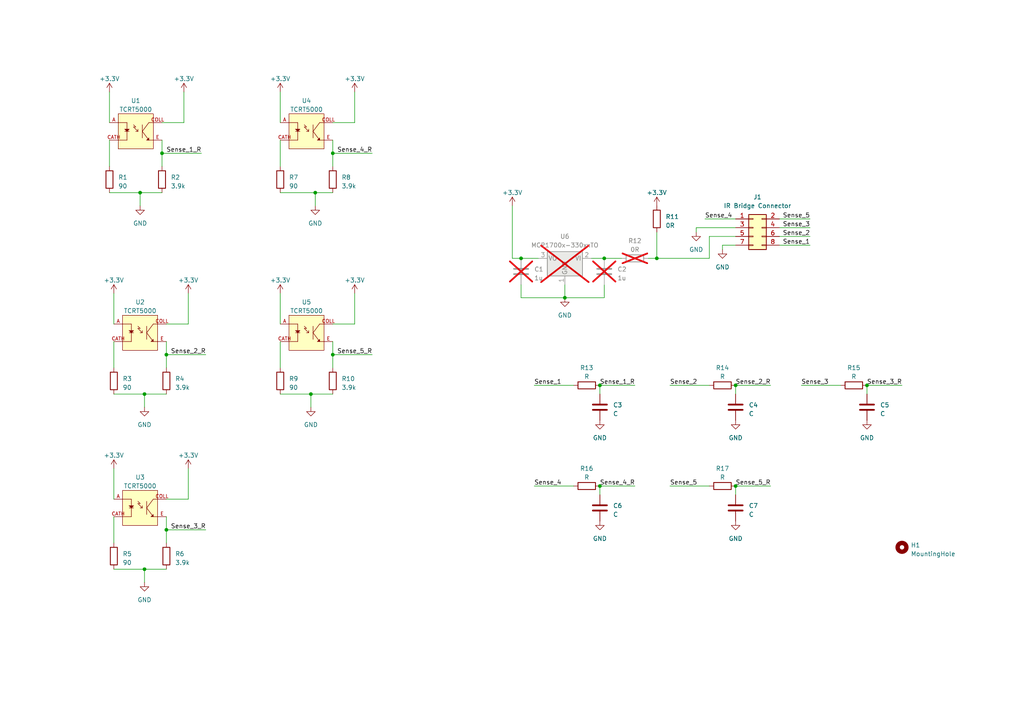
<source format=kicad_sch>
(kicad_sch (version 20230121) (generator eeschema)
  (paper "A4")
  (lib_symbols
    (symbol "Connector_Generic:Conn_02x04_Odd_Even" (pin_names (offset 1.016) hide)
      (property "Reference" "J" (at 1.27 5.08 0))
      (property "Value" "Conn_02x04_Odd_Even" (at 1.27 -7.62 0))
      (symbol "Conn_02x04_Odd_Even_1_1"
        (rectangle (start -1.27 -4.953) (end 0 -5.207) (stroke (width 0.1524)))
        (rectangle (start -1.27 -2.413) (end 0 -2.667) (stroke (width 0.1524)))
        (rectangle (start -1.27 0.127) (end 0 -0.127) (stroke (width 0.1524)))
        (rectangle (start -1.27 2.667) (end 0 2.413) (stroke (width 0.1524)))
        (rectangle (start -1.27 3.81) (end 3.81 -6.35) (stroke (width 0.254)) (fill (type background)))
        (rectangle (start 3.81 -4.953) (end 2.54 -5.207) (stroke (width 0.1524)))
        (rectangle (start 3.81 -2.413) (end 2.54 -2.667) (stroke (width 0.1524)))
        (rectangle (start 3.81 0.127) (end 2.54 -0.127) (stroke (width 0.1524)))
        (rectangle (start 3.81 2.667) (end 2.54 2.413) (stroke (width 0.1524)))
        (pin passive line (at -5.08 2.54 0) (length 3.81) (name "Pin_1") (number "1"))
        (pin passive line (at 7.62 2.54 180) (length 3.81) (name "Pin_2") (number "2"))
        (pin passive line (at -5.08 0 0) (length 3.81) (name "Pin_3") (number "3"))
        (pin passive line (at 7.62 0 180) (length 3.81) (name "Pin_4") (number "4"))
        (pin passive line (at -5.08 -2.54 0) (length 3.81) (name "Pin_5") (number "5"))
        (pin passive line (at 7.62 -2.54 180) (length 3.81) (name "Pin_6") (number "6"))
        (pin passive line (at -5.08 -5.08 0) (length 3.81) (name "Pin_7") (number "7"))
        (pin passive line (at 7.62 -5.08 180) (length 3.81) (name "Pin_8") (number "8"))
      )
    )
    (symbol "Device:C" (pin_numbers hide) (pin_names (offset 0.254))
      (property "Reference" "C" (at 0.635 2.54 0))
      (property "Value" "C" (at 0.635 -2.54 0))
      (symbol "C_0_1"
        (polyline (pts (xy -2.032 -0.762) (xy 2.032 -0.762)) (stroke (width 0.508)))
        (polyline (pts (xy -2.032 0.762) (xy 2.032 0.762)) (stroke (width 0.508)))
      )
      (symbol "C_1_1"
        (pin passive line (at 0 3.81 270) (length 2.794) (name "~") (number "1"))
        (pin passive line (at 0 -3.81 90) (length 2.794) (name "~") (number "2"))
      )
    )
    (symbol "Device:R" (pin_numbers hide) (pin_names (offset 0))
      (property "Reference" "R" (at 2.032 0 90))
      (property "Value" "R" (at 0 0 90))
      (symbol "R_0_1"
        (rectangle (start -1.016 -2.54) (end 1.016 2.54) (stroke (width 0.254)))
      )
      (symbol "R_1_1"
        (pin passive line (at 0 3.81 270) (length 1.27) (name "~") (number "1"))
        (pin passive line (at 0 -3.81 90) (length 1.27) (name "~") (number "2"))
      )
    )
    (symbol "Mechanical:MountingHole" (pin_names (offset 1.016))
      (property "Reference" "H" (at 0 5.08 0))
      (property "Value" "MountingHole" (at 0 3.175 0))
      (symbol "MountingHole_0_1"
        (circle (center 0 0) (radius 1.27) (stroke (width 1.27)))
      )
    )
    (symbol "PCM_4ms_Power-symbol:GND" (power) (pin_names (offset 0))
      (property "Value" "GND" (at 0 -3.81 0))
      (symbol "GND_0_1"
        (polyline (pts (xy 0 0) (xy 0 -1.27) (xy 1.27 -1.27) (xy 0 -2.54) (xy -1.27 -1.27) (xy 0 -1.27)))
      )
      (symbol "GND_1_1"
        (pin power_in line (at 0 0 270) (length 0) hide (name "GND") (number "1"))
      )
    )
    (symbol "Regulator_Linear:MCP1700x-330xxTO" (pin_names (offset 0.254))
      (property "Reference" "U" (at -3.81 -3.175 0))
      (property "Value" "MCP1700x-330xxTO" (at 0 -3.175 0))
      (symbol "MCP1700x-330xxTO_0_1"
        (rectangle (start -5.08 5.08) (end 5.08 -1.905) (stroke (width 0.254)) (fill (type background)))
      )
      (symbol "MCP1700x-330xxTO_1_1"
        (pin power_in line (at 0 7.62 270) (length 2.54) (name "GND") (number "1"))
        (pin power_in line (at -7.62 0 0) (length 2.54) (name "VI") (number "2"))
        (pin power_out line (at 7.62 0 180) (length 2.54) (name "VO") (number "3"))
      )
    )
    (symbol "TCRT5000:TCRT5000" (pin_names (offset 1.016))
      (property "Reference" "U" (at -5.0887 5.7248 0))
      (property "Value" "TCRT5000" (at -5.0838 -5.7193 0))
      (symbol "TCRT5000_0_0"
        (rectangle (start -5.08 -5.08) (end 5.08 5.08) (stroke (width 0.1524)) (fill (type background)))
        (polyline (pts (xy -5.08 2.54) (xy -2.54 2.54)) (stroke (width 0.1524)))
        (polyline (pts (xy -3.175 0) (xy -1.905 0)) (stroke (width 0.1524)))
        (polyline (pts (xy -2.54 -2.54) (xy -5.08 -2.54)) (stroke (width 0.1524)))
        (polyline (pts (xy -2.54 2.54) (xy -2.54 -2.54)) (stroke (width 0.1524)))
        (polyline (pts (xy -0.635 1.27) (xy 0.635 0)) (stroke (width 0.1524)))
        (polyline (pts (xy -0.635 1.905) (xy 0 1.27)) (stroke (width 0.1524)))
        (polyline (pts (xy 0 1.27) (xy -0.635 1.27)) (stroke (width 0.1524)))
        (polyline (pts (xy 0.635 0) (xy 0 0)) (stroke (width 0.1524)))
        (polyline (pts (xy 0.635 0.635) (xy 0.635 0)) (stroke (width 0.1524)))
        (polyline (pts (xy 1.905 0) (xy 1.905 -1.905)) (stroke (width 0.1524)))
        (polyline (pts (xy 1.905 0) (xy 3.81 -2.54)) (stroke (width 0.1524)))
        (polyline (pts (xy 1.905 0) (xy 3.81 2.54)) (stroke (width 0.1524)))
        (polyline (pts (xy 1.905 1.905) (xy 1.905 0)) (stroke (width 0.1524)))
        (polyline (pts (xy 3.81 -2.54) (xy 5.08 -2.54)) (stroke (width 0.1524)))
        (polyline (pts (xy 3.81 2.54) (xy 5.08 2.54)) (stroke (width 0.1524)))
        (polyline (pts (xy -3.175 0.635) (xy -1.905 0.635) (xy -2.54 0) (xy -3.175 0.635)) (stroke (width 0.1524)) (fill (type outline)))
        (polyline (pts (xy 3.175 -2.54) (xy 3.81 -2.54) (xy 3.81 -1.905) (xy 3.175 -2.54)) (stroke (width 0.1524)) (fill (type outline)))
        (pin passive line (at -7.62 2.54 0) (length 2.54) (name "~") (number "A"))
        (pin passive line (at -7.62 -2.54 0) (length 2.54) (name "~") (number "CATH"))
        (pin passive line (at 7.62 2.54 180) (length 2.54) (name "~") (number "COLL"))
        (pin passive line (at 7.62 -2.54 180) (length 2.54) (name "~") (number "E"))
      )
    )
    (symbol "power:+3.3V" (power) (pin_names (offset 0))
      (property "Value" "+3.3V" (at 0 3.556 0))
      (symbol "+3.3V_0_1"
        (polyline (pts (xy -0.762 1.27) (xy 0 2.54)))
        (polyline (pts (xy 0 0) (xy 0 2.54)))
        (polyline (pts (xy 0 2.54) (xy 0.762 1.27)))
      )
      (symbol "+3.3V_1_1"
        (pin power_in line (at 0 0 90) (length 0) hide (name "+3.3V") (number "1"))
      )
    )
    (symbol "power:GND" (power) (pin_names (offset 0))
      (property "Value" "GND" (at 0 -3.81 0))
      (symbol "GND_0_1"
        (polyline (pts (xy 0 0) (xy 0 -1.27) (xy 1.27 -1.27) (xy 0 -2.54) (xy -1.27 -1.27) (xy 0 -1.27)))
      )
      (symbol "GND_1_1"
        (pin power_in line (at 0 0 270) (length 0) hide (name "GND") (number "1"))
      )
    )
  )
  (junction (at 151.13 74.93))
  (junction (at 96.52 44.45))
  (junction (at 96.52 102.87))
  (junction (at 173.99 111.76))
  (junction (at 190.5 74.93))
  (junction (at 46.99 44.45))
  (junction (at 90.17 114.3))
  (junction (at 40.64 55.88))
  (junction (at 175.26 74.93))
  (junction (at 213.36 111.76))
  (junction (at 48.26 153.67))
  (junction (at 163.83 86.36))
  (junction (at 41.91 165.1))
  (junction (at 173.99 140.97))
  (junction (at 213.36 140.97))
  (junction (at 91.44 55.88))
  (junction (at 48.26 102.87))
  (junction (at 41.91 114.3))
  (junction (at 251.46 111.76))
  (wire (pts (xy 213.36 111.76) (xy 213.36 114.3)))
  (wire (pts (xy 46.99 44.45) (xy 58.42 44.45)))
  (wire (pts (xy 201.93 66.04) (xy 201.93 67.31)))
  (wire (pts (xy 48.26 149.86) (xy 48.26 153.67)))
  (wire (pts (xy 213.36 140.97) (xy 213.36 143.51)))
  (wire (pts (xy 48.26 99.06) (xy 48.26 102.87)))
  (wire (pts (xy 90.17 114.3) (xy 96.52 114.3)))
  (wire (pts (xy 209.55 71.12) (xy 209.55 72.39)))
  (wire (pts (xy 48.26 144.78) (xy 54.61 144.78)))
  (wire (pts (xy 102.87 93.98) (xy 102.87 85.09)))
  (wire (pts (xy 151.13 86.36) (xy 163.83 86.36)))
  (wire (pts (xy 41.91 114.3) (xy 41.91 118.11)))
  (wire (pts (xy 81.28 99.06) (xy 81.28 106.68)))
  (wire (pts (xy 251.46 111.76) (xy 261.62 111.76)))
  (wire (pts (xy 173.99 140.97) (xy 184.15 140.97)))
  (wire (pts (xy 81.28 114.3) (xy 90.17 114.3)))
  (wire (pts (xy 173.99 111.76) (xy 184.15 111.76)))
  (wire (pts (xy 41.91 165.1) (xy 41.91 168.91)))
  (wire (pts (xy 46.99 44.45) (xy 46.99 48.26)))
  (wire (pts (xy 33.02 85.09) (xy 33.02 93.98)))
  (wire (pts (xy 194.31 140.97) (xy 205.74 140.97)))
  (wire (pts (xy 175.26 74.93) (xy 180.34 74.93)))
  (wire (pts (xy 171.45 74.93) (xy 175.26 74.93)))
  (wire (pts (xy 81.28 26.67) (xy 81.28 35.56)))
  (wire (pts (xy 154.94 140.97) (xy 166.37 140.97)))
  (wire (pts (xy 163.83 82.55) (xy 163.83 86.36)))
  (wire (pts (xy 96.52 44.45) (xy 107.95 44.45)))
  (wire (pts (xy 48.26 102.87) (xy 59.69 102.87)))
  (wire (pts (xy 226.06 66.04) (xy 234.95 66.04)))
  (wire (pts (xy 33.02 114.3) (xy 41.91 114.3)))
  (wire (pts (xy 96.52 102.87) (xy 107.95 102.87)))
  (wire (pts (xy 53.34 35.56) (xy 53.34 26.67)))
  (wire (pts (xy 173.99 140.97) (xy 173.99 143.51)))
  (wire (pts (xy 213.36 66.04) (xy 201.93 66.04)))
  (wire (pts (xy 81.28 85.09) (xy 81.28 93.98)))
  (wire (pts (xy 41.91 165.1) (xy 48.26 165.1)))
  (wire (pts (xy 96.52 44.45) (xy 96.52 48.26)))
  (wire (pts (xy 33.02 135.89) (xy 33.02 144.78)))
  (wire (pts (xy 204.47 63.5) (xy 213.36 63.5)))
  (wire (pts (xy 213.36 68.58) (xy 205.74 68.58)))
  (wire (pts (xy 31.75 40.64) (xy 31.75 48.26)))
  (wire (pts (xy 54.61 144.78) (xy 54.61 135.89)))
  (wire (pts (xy 187.96 74.93) (xy 190.5 74.93)))
  (wire (pts (xy 175.26 86.36) (xy 163.83 86.36)))
  (wire (pts (xy 91.44 55.88) (xy 91.44 59.69)))
  (wire (pts (xy 226.06 68.58) (xy 234.95 68.58)))
  (wire (pts (xy 48.26 93.98) (xy 54.61 93.98)))
  (wire (pts (xy 226.06 71.12) (xy 234.95 71.12)))
  (wire (pts (xy 31.75 55.88) (xy 40.64 55.88)))
  (wire (pts (xy 48.26 102.87) (xy 48.26 106.68)))
  (wire (pts (xy 81.28 55.88) (xy 91.44 55.88)))
  (wire (pts (xy 226.06 63.5) (xy 234.95 63.5)))
  (wire (pts (xy 40.64 55.88) (xy 46.99 55.88)))
  (wire (pts (xy 190.5 67.31) (xy 190.5 74.93)))
  (wire (pts (xy 154.94 111.76) (xy 166.37 111.76)))
  (wire (pts (xy 213.36 111.76) (xy 223.52 111.76)))
  (wire (pts (xy 54.61 93.98) (xy 54.61 85.09)))
  (wire (pts (xy 48.26 153.67) (xy 59.69 153.67)))
  (wire (pts (xy 90.17 114.3) (xy 90.17 118.11)))
  (wire (pts (xy 156.21 74.93) (xy 151.13 74.93)))
  (wire (pts (xy 48.26 153.67) (xy 48.26 157.48)))
  (wire (pts (xy 251.46 111.76) (xy 251.46 114.3)))
  (wire (pts (xy 175.26 82.55) (xy 175.26 86.36)))
  (wire (pts (xy 81.28 40.64) (xy 81.28 48.26)))
  (wire (pts (xy 33.02 99.06) (xy 33.02 106.68)))
  (wire (pts (xy 96.52 99.06) (xy 96.52 102.87)))
  (wire (pts (xy 205.74 74.93) (xy 190.5 74.93)))
  (wire (pts (xy 151.13 74.93) (xy 148.59 74.93)))
  (wire (pts (xy 96.52 35.56) (xy 102.87 35.56)))
  (wire (pts (xy 96.52 93.98) (xy 102.87 93.98)))
  (wire (pts (xy 102.87 35.56) (xy 102.87 26.67)))
  (wire (pts (xy 151.13 82.55) (xy 151.13 86.36)))
  (wire (pts (xy 213.36 140.97) (xy 223.52 140.97)))
  (wire (pts (xy 41.91 114.3) (xy 48.26 114.3)))
  (wire (pts (xy 46.99 35.56) (xy 53.34 35.56)))
  (wire (pts (xy 96.52 102.87) (xy 96.52 106.68)))
  (wire (pts (xy 33.02 165.1) (xy 41.91 165.1)))
  (wire (pts (xy 40.64 55.88) (xy 40.64 59.69)))
  (wire (pts (xy 46.99 40.64) (xy 46.99 44.45)))
  (wire (pts (xy 194.31 111.76) (xy 205.74 111.76)))
  (wire (pts (xy 148.59 59.69) (xy 148.59 74.93)))
  (wire (pts (xy 232.41 111.76) (xy 243.84 111.76)))
  (wire (pts (xy 213.36 71.12) (xy 209.55 71.12)))
  (wire (pts (xy 205.74 68.58) (xy 205.74 74.93)))
  (wire (pts (xy 31.75 26.67) (xy 31.75 35.56)))
  (wire (pts (xy 91.44 55.88) (xy 96.52 55.88)))
  (wire (pts (xy 96.52 40.64) (xy 96.52 44.45)))
  (wire (pts (xy 33.02 149.86) (xy 33.02 157.48)))
  (wire (pts (xy 173.99 111.76) (xy 173.99 114.3)))
  (label "Sense_4_R" (at 107.95 44.45 180))
  (label "Sense_2_R" (at 59.69 102.87 180))
  (label "Sense_4_R" (at 184.15 140.97 180))
  (label "Sense_1_R" (at 184.15 111.76 180))
  (label "Sense_2_R" (at 223.52 111.76 180))
  (label "Sense_5_R" (at 107.95 102.87 180))
  (label "Sense_4" (at 204.47 63.5 0))
  (label "Sense_1" (at 154.94 111.76 0))
  (label "Sense_3" (at 234.95 66.04 180))
  (label "Sense_1" (at 234.95 71.12 180))
  (label "Sense_1_R" (at 58.42 44.45 180))
  (label "Sense_5_R" (at 223.52 140.97 180))
  (label "Sense_2" (at 234.95 68.58 180))
  (label "Sense_3" (at 232.41 111.76 0))
  (label "Sense_5" (at 234.95 63.5 180))
  (label "Sense_2" (at 194.31 111.76 0))
  (label "Sense_3_R" (at 59.69 153.67 180))
  (label "Sense_5" (at 194.31 140.97 0))
  (label "Sense_4" (at 154.94 140.97 0))
  (label "Sense_3_R" (at 261.62 111.76 180))
  (symbol (lib_id "Device:R") (at 209.55 111.76 90) (unit 1)
    (property "Reference" "R14" (at 209.55 106.68 90))
    (property "Value" "R" (at 209.55 109.22 90))
    (property "Footprint" "Resistor_SMD:R_0805_2012Metric" (effects hide))
  )
  (symbol (lib_id "PCM_4ms_Power-symbol:GND") (at 173.99 121.92 0) (unit 1)
    (property "Reference" "#PWR021" (effects hide))
    (property "Value" "GND" (at 173.99 127 0))
  )
  (symbol (lib_id "Device:R") (at 81.28 52.07 0) (unit 1)
    (property "Reference" "R7" (at 83.82 51.435 0) (effects (justify left)))
    (property "Value" "90" (at 83.82 53.975 0) (effects (justify left)))
    (property "Footprint" "Resistor_SMD:R_0805_2012Metric" (effects hide))
  )
  (symbol (lib_id "TCRT5000:TCRT5000") (at 39.37 38.1 0) (unit 1)
    (property "Reference" "U1" (at 39.37 29.21 0))
    (property "Value" "TCRT5000" (at 39.37 31.75 0))
    (property "Footprint" "OptoDevice:OPTO_TCRT5000" (effects hide))
    (property "MF" "Vishay" (effects hide))
    (property "MAXIMUM_PACKAGE_HEIGHT" "7.2mm" (effects hide))
    (property "Package" "TCRT5000 Vishay" (effects hide))
    (property "Price" "None" (effects hide))
    (property "Check_prices" "https://www.snapeda.com/parts/TCRT5000/Vishay+Semiconductor+Opto+Division/view-part/?ref=eda" (effects hide))
    (property "STANDARD" "Manufacturer recommendations" (effects hide))
    (property "PARTREV" "1.7" (effects hide))
    (property "SnapEDA_Link" "https://www.snapeda.com/parts/TCRT5000/Vishay+Semiconductor+Opto+Division/view-part/?ref=snap" (effects hide))
    (property "MP" "TCRT5000" (effects hide))
    (property "Purchase-URL" "https://www.snapeda.com/api/url_track_click_mouser/?unipart_id=885229&manufacturer=Vishay&part_name=TCRT5000&search_term=None" (effects hide))
    (property "Description" "\nReflective Optical Sensor 0.591 (15mm) PCB Mount\n" (effects hide))
    (property "Availability" "In Stock" (effects hide))
    (property "MANUFACTURER" "Vishay" (effects hide))
  )
  (symbol (lib_id "Device:R") (at 31.75 52.07 0) (unit 1)
    (property "Reference" "R1" (at 34.29 51.435 0) (effects (justify left)))
    (property "Value" "90" (at 34.29 53.975 0) (effects (justify left)))
    (property "Footprint" "Resistor_SMD:R_0805_2012Metric" (effects hide))
  )
  (symbol (lib_id "power:GND") (at 40.64 59.69 0) (unit 1)
    (property "Reference" "#PWR02" (effects hide))
    (property "Value" "GND" (at 40.64 64.77 0))
  )
  (symbol (lib_id "power:GND") (at 163.83 86.36 0) (unit 1)
    (property "Reference" "#PWR020" (effects hide))
    (property "Value" "GND" (at 163.83 91.44 0))
  )
  (symbol (lib_id "Device:R") (at 170.18 111.76 90) (unit 1)
    (property "Reference" "R13" (at 170.18 106.68 90))
    (property "Value" "R" (at 170.18 109.22 90))
    (property "Footprint" "Resistor_SMD:R_0805_2012Metric" (effects hide))
  )
  (symbol (lib_id "PCM_4ms_Power-symbol:GND") (at 213.36 151.13 0) (unit 1)
    (property "Reference" "#PWR025" (effects hide))
    (property "Value" "GND" (at 213.36 156.21 0))
  )
  (symbol (lib_id "TCRT5000:TCRT5000") (at 88.9 96.52 0) (unit 1)
    (property "Reference" "U5" (at 88.9 87.63 0))
    (property "Value" "TCRT5000" (at 88.9 90.17 0))
    (property "Footprint" "OptoDevice:OPTO_TCRT5000" (effects hide))
    (property "MF" "Vishay" (effects hide))
    (property "MAXIMUM_PACKAGE_HEIGHT" "7.2mm" (effects hide))
    (property "Package" "TCRT5000 Vishay" (effects hide))
    (property "Price" "None" (effects hide))
    (property "Check_prices" "https://www.snapeda.com/parts/TCRT5000/Vishay+Semiconductor+Opto+Division/view-part/?ref=eda" (effects hide))
    (property "STANDARD" "Manufacturer recommendations" (effects hide))
    (property "PARTREV" "1.7" (effects hide))
    (property "SnapEDA_Link" "https://www.snapeda.com/parts/TCRT5000/Vishay+Semiconductor+Opto+Division/view-part/?ref=snap" (effects hide))
    (property "MP" "TCRT5000" (effects hide))
    (property "Purchase-URL" "https://www.snapeda.com/api/url_track_click_mouser/?unipart_id=885229&manufacturer=Vishay&part_name=TCRT5000&search_term=None" (effects hide))
    (property "Description" "\nReflective Optical Sensor 0.591 (15mm) PCB Mount\n" (effects hide))
    (property "Availability" "In Stock" (effects hide))
    (property "MANUFACTURER" "Vishay" (effects hide))
  )
  (symbol (lib_id "power:+3.3V") (at 190.5 59.69 0) (unit 1)
    (property "Reference" "#PWR017" (effects hide))
    (property "Value" "+3.3V" (at 190.5 55.88 0))
  )
  (symbol (lib_id "power:GND") (at 41.91 168.91 0) (unit 1)
    (property "Reference" "#PWR08" (effects hide))
    (property "Value" "GND" (at 41.91 173.99 0))
  )
  (symbol (lib_id "power:GND") (at 209.55 72.39 0) (unit 1)
    (property "Reference" "#PWR016" (effects hide))
    (property "Value" "GND" (at 209.55 77.47 0))
  )
  (symbol (lib_id "PCM_4ms_Power-symbol:GND") (at 213.36 121.92 0) (unit 1)
    (property "Reference" "#PWR022" (effects hide))
    (property "Value" "GND" (at 213.36 127 0))
  )
  (symbol (lib_id "Device:C") (at 251.46 118.11 0) (unit 1)
    (property "Reference" "C5" (at 255.27 117.475 0) (effects (justify left)))
    (property "Value" "C" (at 255.27 120.015 0) (effects (justify left)))
    (property "Footprint" "Capacitor_SMD:C_1206_3216Metric" (effects hide))
  )
  (symbol (lib_id "power:+3.3V") (at 31.75 26.67 0) (unit 1)
    (property "Reference" "#PWR01" (effects hide))
    (property "Value" "+3.3V" (at 31.75 22.86 0))
  )
  (symbol (lib_id "power:GND") (at 91.44 59.69 0) (unit 1)
    (property "Reference" "#PWR011" (effects hide))
    (property "Value" "GND" (at 91.44 64.77 0))
  )
  (symbol (lib_id "Device:R") (at 247.65 111.76 90) (unit 1)
    (property "Reference" "R15" (at 247.65 106.68 90))
    (property "Value" "R" (at 247.65 109.22 90))
    (property "Footprint" "Resistor_SMD:R_0805_2012Metric" (effects hide))
  )
  (symbol (lib_id "Device:R") (at 33.02 161.29 0) (unit 1)
    (property "Reference" "R5" (at 35.56 160.655 0) (effects (justify left)))
    (property "Value" "90" (at 35.56 163.195 0) (effects (justify left)))
    (property "Footprint" "Resistor_SMD:R_0805_2012Metric" (effects hide))
  )
  (symbol (lib_id "Device:R") (at 48.26 161.29 0) (unit 1)
    (property "Reference" "R6" (at 50.8 160.655 0) (effects (justify left)))
    (property "Value" "3.9k" (at 50.8 163.195 0) (effects (justify left)))
    (property "Footprint" "Resistor_SMD:R_0805_2012Metric" (effects hide))
  )
  (symbol (lib_id "Device:R") (at 190.5 63.5 0) (unit 1)
    (property "Reference" "R11" (at 193.04 62.865 0) (effects (justify left)))
    (property "Value" "0R" (at 193.04 65.405 0) (effects (justify left)))
    (property "Footprint" "Resistor_SMD:R_0805_2012Metric" (effects hide))
  )
  (symbol (lib_id "Device:R") (at 81.28 110.49 0) (unit 1)
    (property "Reference" "R9" (at 83.82 109.855 0) (effects (justify left)))
    (property "Value" "90" (at 83.82 112.395 0) (effects (justify left)))
    (property "Footprint" "Resistor_SMD:R_0805_2012Metric" (effects hide))
  )
  (symbol (lib_id "power:+3.3V") (at 102.87 85.09 0) (unit 1)
    (property "Reference" "#PWR015" (effects hide))
    (property "Value" "+3.3V" (at 102.87 81.28 0))
  )
  (symbol (lib_id "power:+3.3V") (at 102.87 26.67 0) (unit 1)
    (property "Reference" "#PWR012" (effects hide))
    (property "Value" "+3.3V" (at 102.87 22.86 0))
  )
  (symbol (lib_id "power:GND") (at 41.91 118.11 0) (unit 1)
    (property "Reference" "#PWR05" (effects hide))
    (property "Value" "GND" (at 41.91 123.19 0))
  )
  (symbol (lib_id "power:GND") (at 201.93 67.31 0) (unit 1)
    (property "Reference" "#PWR018" (effects hide))
    (property "Value" "GND" (at 201.93 72.39 0))
  )
  (symbol (lib_id "Device:C") (at 173.99 147.32 0) (unit 1)
    (property "Reference" "C6" (at 177.8 146.685 0) (effects (justify left)))
    (property "Value" "C" (at 177.8 149.225 0) (effects (justify left)))
    (property "Footprint" "Capacitor_SMD:C_1206_3216Metric" (effects hide))
  )
  (symbol (lib_id "Regulator_Linear:MCP1700x-330xxTO") (at 163.83 74.93 180) (unit 1) (dnp yes)
    (property "Reference" "U6" (at 163.83 68.58 0))
    (property "Value" "MCP1700x-330xxTO" (at 163.83 71.12 0))
    (property "Footprint" "Package_TO_SOT_THT:TO-92_Inline" (effects hide))
    (property "Datasheet" "http://ww1.microchip.com/downloads/en/DeviceDoc/20001826D.pdf" (effects hide))
  )
  (symbol (lib_id "power:+3.3V") (at 53.34 26.67 0) (unit 1)
    (property "Reference" "#PWR03" (effects hide))
    (property "Value" "+3.3V" (at 53.34 22.86 0))
  )
  (symbol (lib_id "TCRT5000:TCRT5000") (at 40.64 96.52 0) (unit 1)
    (property "Reference" "U2" (at 40.64 87.63 0))
    (property "Value" "TCRT5000" (at 40.64 90.17 0))
    (property "Footprint" "OptoDevice:OPTO_TCRT5000" (effects hide))
    (property "MF" "Vishay" (effects hide))
    (property "MAXIMUM_PACKAGE_HEIGHT" "7.2mm" (effects hide))
    (property "Package" "TCRT5000 Vishay" (effects hide))
    (property "Price" "None" (effects hide))
    (property "Check_prices" "https://www.snapeda.com/parts/TCRT5000/Vishay+Semiconductor+Opto+Division/view-part/?ref=eda" (effects hide))
    (property "STANDARD" "Manufacturer recommendations" (effects hide))
    (property "PARTREV" "1.7" (effects hide))
    (property "SnapEDA_Link" "https://www.snapeda.com/parts/TCRT5000/Vishay+Semiconductor+Opto+Division/view-part/?ref=snap" (effects hide))
    (property "MP" "TCRT5000" (effects hide))
    (property "Purchase-URL" "https://www.snapeda.com/api/url_track_click_mouser/?unipart_id=885229&manufacturer=Vishay&part_name=TCRT5000&search_term=None" (effects hide))
    (property "Description" "\nReflective Optical Sensor 0.591 (15mm) PCB Mount\n" (effects hide))
    (property "Availability" "In Stock" (effects hide))
    (property "MANUFACTURER" "Vishay" (effects hide))
  )
  (symbol (lib_id "Device:C") (at 175.26 78.74 0) (unit 1) (dnp yes)
    (property "Reference" "C2" (at 179.07 78.105 0) (effects (justify left)))
    (property "Value" "1u" (at 179.07 80.645 0) (effects (justify left)))
    (property "Footprint" "Capacitor_SMD:C_0603_1608Metric_Pad1.08x0.95mm_HandSolder" (effects hide))
  )
  (symbol (lib_id "TCRT5000:TCRT5000") (at 40.64 147.32 0) (unit 1)
    (property "Reference" "U3" (at 40.64 138.43 0))
    (property "Value" "TCRT5000" (at 40.64 140.97 0))
    (property "Footprint" "OptoDevice:OPTO_TCRT5000" (effects hide))
    (property "MF" "Vishay" (effects hide))
    (property "MAXIMUM_PACKAGE_HEIGHT" "7.2mm" (effects hide))
    (property "Package" "TCRT5000 Vishay" (effects hide))
    (property "Price" "None" (effects hide))
    (property "Check_prices" "https://www.snapeda.com/parts/TCRT5000/Vishay+Semiconductor+Opto+Division/view-part/?ref=eda" (effects hide))
    (property "STANDARD" "Manufacturer recommendations" (effects hide))
    (property "PARTREV" "1.7" (effects hide))
    (property "SnapEDA_Link" "https://www.snapeda.com/parts/TCRT5000/Vishay+Semiconductor+Opto+Division/view-part/?ref=snap" (effects hide))
    (property "MP" "TCRT5000" (effects hide))
    (property "Purchase-URL" "https://www.snapeda.com/api/url_track_click_mouser/?unipart_id=885229&manufacturer=Vishay&part_name=TCRT5000&search_term=None" (effects hide))
    (property "Description" "\nReflective Optical Sensor 0.591 (15mm) PCB Mount\n" (effects hide))
    (property "Availability" "In Stock" (effects hide))
    (property "MANUFACTURER" "Vishay" (effects hide))
  )
  (symbol (lib_id "Device:R") (at 96.52 52.07 0) (unit 1)
    (property "Reference" "R8" (at 99.06 51.435 0) (effects (justify left)))
    (property "Value" "3.9k" (at 99.06 53.975 0) (effects (justify left)))
    (property "Footprint" "Resistor_SMD:R_0805_2012Metric" (effects hide))
  )
  (symbol (lib_id "Device:C") (at 151.13 78.74 0) (unit 1) (dnp yes)
    (property "Reference" "C1" (at 154.94 78.105 0) (effects (justify left)))
    (property "Value" "1u" (at 154.94 80.645 0) (effects (justify left)))
    (property "Footprint" "Capacitor_SMD:C_0603_1608Metric_Pad1.08x0.95mm_HandSolder" (effects hide))
  )
  (symbol (lib_id "Device:R") (at 209.55 140.97 90) (unit 1)
    (property "Reference" "R17" (at 209.55 135.89 90))
    (property "Value" "R" (at 209.55 138.43 90))
    (property "Footprint" "Resistor_SMD:R_0805_2012Metric" (effects hide))
  )
  (symbol (lib_id "power:+3.3V") (at 148.59 59.69 0) (unit 1)
    (property "Reference" "#PWR019" (effects hide))
    (property "Value" "+3.3V" (at 148.59 55.88 0))
  )
  (symbol (lib_id "power:+3.3V") (at 54.61 135.89 0) (unit 1)
    (property "Reference" "#PWR09" (effects hide))
    (property "Value" "+3.3V" (at 54.61 132.08 0))
  )
  (symbol (lib_id "PCM_4ms_Power-symbol:GND") (at 251.46 121.92 0) (unit 1)
    (property "Reference" "#PWR023" (effects hide))
    (property "Value" "GND" (at 251.46 127 0))
  )
  (symbol (lib_id "power:+3.3V") (at 33.02 85.09 0) (unit 1)
    (property "Reference" "#PWR04" (effects hide))
    (property "Value" "+3.3V" (at 33.02 81.28 0))
  )
  (symbol (lib_id "Device:R") (at 33.02 110.49 0) (unit 1)
    (property "Reference" "R3" (at 35.56 109.855 0) (effects (justify left)))
    (property "Value" "90" (at 35.56 112.395 0) (effects (justify left)))
    (property "Footprint" "Resistor_SMD:R_0805_2012Metric" (effects hide))
  )
  (symbol (lib_id "power:+3.3V") (at 81.28 26.67 0) (unit 1)
    (property "Reference" "#PWR010" (effects hide))
    (property "Value" "+3.3V" (at 81.28 22.86 0))
  )
  (symbol (lib_id "Mechanical:MountingHole") (at 261.62 158.75 0) (unit 1)
    (property "Reference" "H1" (at 264.16 158.115 0) (effects (justify left)))
    (property "Value" "MountingHole" (at 264.16 160.655 0) (effects (justify left)))
    (property "Footprint" "MountingHole:MountingHole_2.2mm_M2" (effects hide))
  )
  (symbol (lib_id "Device:R") (at 184.15 74.93 90) (unit 1) (dnp yes)
    (property "Reference" "R12" (at 184.15 69.85 90))
    (property "Value" "0R" (at 184.15 72.39 90))
    (property "Footprint" "Resistor_SMD:R_0805_2012Metric" (effects hide))
  )
  (symbol (lib_id "power:+3.3V") (at 33.02 135.89 0) (unit 1)
    (property "Reference" "#PWR07" (effects hide))
    (property "Value" "+3.3V" (at 33.02 132.08 0))
  )
  (symbol (lib_id "Device:R") (at 46.99 52.07 0) (unit 1)
    (property "Reference" "R2" (at 49.53 51.435 0) (effects (justify left)))
    (property "Value" "3.9k" (at 49.53 53.975 0) (effects (justify left)))
    (property "Footprint" "Resistor_SMD:R_0805_2012Metric" (effects hide))
  )
  (symbol (lib_id "PCM_4ms_Power-symbol:GND") (at 173.99 151.13 0) (unit 1)
    (property "Reference" "#PWR024" (effects hide))
    (property "Value" "GND" (at 173.99 156.21 0))
  )
  (symbol (lib_id "Device:C") (at 213.36 118.11 0) (unit 1)
    (property "Reference" "C4" (at 217.17 117.475 0) (effects (justify left)))
    (property "Value" "C" (at 217.17 120.015 0) (effects (justify left)))
    (property "Footprint" "Capacitor_SMD:C_1206_3216Metric" (effects hide))
  )
  (symbol (lib_id "Device:C") (at 213.36 147.32 0) (unit 1)
    (property "Reference" "C7" (at 217.17 146.685 0) (effects (justify left)))
    (property "Value" "C" (at 217.17 149.225 0) (effects (justify left)))
    (property "Footprint" "Capacitor_SMD:C_1206_3216Metric" (effects hide))
  )
  (symbol (lib_id "power:+3.3V") (at 54.61 85.09 0) (unit 1)
    (property "Reference" "#PWR06" (effects hide))
    (property "Value" "+3.3V" (at 54.61 81.28 0))
  )
  (symbol (lib_id "power:GND") (at 90.17 118.11 0) (unit 1)
    (property "Reference" "#PWR014" (effects hide))
    (property "Value" "GND" (at 90.17 123.19 0))
  )
  (symbol (lib_id "power:+3.3V") (at 81.28 85.09 0) (unit 1)
    (property "Reference" "#PWR013" (effects hide))
    (property "Value" "+3.3V" (at 81.28 81.28 0))
  )
  (symbol (lib_id "Connector_Generic:Conn_02x04_Odd_Even") (at 218.44 66.04 0) (unit 1)
    (property "Reference" "J1" (at 219.71 57.15 0))
    (property "Value" "IR Bridge Connector" (at 219.71 59.69 0))
    (property "Footprint" "Connector_PinHeader_2.54mm:PinHeader_2x04_P2.54mm_Vertical" (effects hide))
  )
  (symbol (lib_id "Device:R") (at 48.26 110.49 0) (unit 1)
    (property "Reference" "R4" (at 50.8 109.855 0) (effects (justify left)))
    (property "Value" "3.9k" (at 50.8 112.395 0) (effects (justify left)))
    (property "Footprint" "Resistor_SMD:R_0805_2012Metric" (effects hide))
  )
  (symbol (lib_id "Device:C") (at 173.99 118.11 0) (unit 1)
    (property "Reference" "C3" (at 177.8 117.475 0) (effects (justify left)))
    (property "Value" "C" (at 177.8 120.015 0) (effects (justify left)))
    (property "Footprint" "Capacitor_SMD:C_1206_3216Metric" (effects hide))
  )
  (symbol (lib_id "Device:R") (at 96.52 110.49 0) (unit 1)
    (property "Reference" "R10" (at 99.06 109.855 0) (effects (justify left)))
    (property "Value" "3.9k" (at 99.06 112.395 0) (effects (justify left)))
    (property "Footprint" "Resistor_SMD:R_0805_2012Metric" (effects hide))
  )
  (symbol (lib_id "TCRT5000:TCRT5000") (at 88.9 38.1 0) (unit 1)
    (property "Reference" "U4" (at 88.9 29.21 0))
    (property "Value" "TCRT5000" (at 88.9 31.75 0))
    (property "Footprint" "OptoDevice:OPTO_TCRT5000" (effects hide))
    (property "MF" "Vishay" (effects hide))
    (property "MAXIMUM_PACKAGE_HEIGHT" "7.2mm" (effects hide))
    (property "Package" "TCRT5000 Vishay" (effects hide))
    (property "Price" "None" (effects hide))
    (property "Check_prices" "https://www.snapeda.com/parts/TCRT5000/Vishay+Semiconductor+Opto+Division/view-part/?ref=eda" (effects hide))
    (property "STANDARD" "Manufacturer recommendations" (effects hide))
    (property "PARTREV" "1.7" (effects hide))
    (property "SnapEDA_Link" "https://www.snapeda.com/parts/TCRT5000/Vishay+Semiconductor+Opto+Division/view-part/?ref=snap" (effects hide))
    (property "MP" "TCRT5000" (effects hide))
    (property "Purchase-URL" "https://www.snapeda.com/api/url_track_click_mouser/?unipart_id=885229&manufacturer=Vishay&part_name=TCRT5000&search_term=None" (effects hide))
    (property "Description" "\nReflective Optical Sensor 0.591 (15mm) PCB Mount\n" (effects hide))
    (property "Availability" "In Stock" (effects hide))
    (property "MANUFACTURER" "Vishay" (effects hide))
  )
  (symbol (lib_id "Device:R") (at 170.18 140.97 90) (unit 1)
    (property "Reference" "R16" (at 170.18 135.89 90))
    (property "Value" "R" (at 170.18 138.43 90))
    (property "Footprint" "Resistor_SMD:R_0805_2012Metric" (effects hide))
  )
)
</source>
